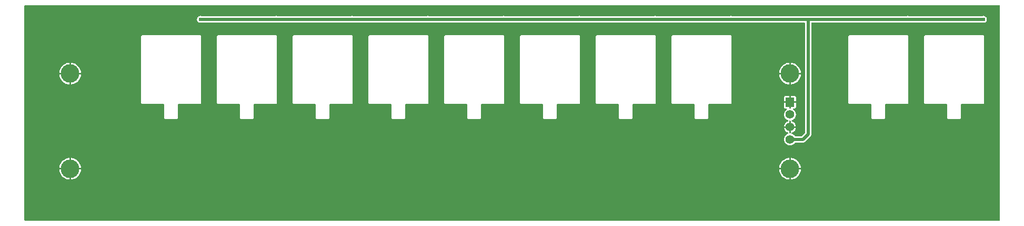
<source format=gbl>
G04 Layer: BottomLayer*
G04 EasyEDA v6.5.34, 2023-08-10 19:26:28*
G04 b0001c0d98ad43d6911fc97ed176d0b1,5a6b42c53f6a479593ecc07194224c93,10*
G04 Gerber Generator version 0.2*
G04 Scale: 100 percent, Rotated: No, Reflected: No *
G04 Dimensions in millimeters *
G04 leading zeros omitted , absolute positions ,4 integer and 5 decimal *
%FSLAX45Y45*%
%MOMM*%

%AMMACRO1*21,1,$1,$2,0,0,$3*%
%ADD10C,0.5000*%
%ADD11C,1.4000*%
%ADD12MACRO1,1.524X1.4X-90.0000*%
%ADD13C,3.0000*%
%ADD14C,0.6200*%
%ADD15C,0.6096*%
%ADD16C,0.0109*%

%LPD*%
G36*
X2068068Y4597908D02*
G01*
X2064156Y4598670D01*
X2060905Y4600905D01*
X2058670Y4604156D01*
X2057907Y4608068D01*
X2057907Y8066531D01*
X2058670Y8070443D01*
X2060905Y8073694D01*
X2064156Y8075930D01*
X2068068Y8076692D01*
X17743932Y8076692D01*
X17747843Y8075930D01*
X17751094Y8073694D01*
X17753330Y8070443D01*
X17754092Y8066531D01*
X17754092Y4608068D01*
X17753330Y4604156D01*
X17751094Y4600905D01*
X17747843Y4598670D01*
X17743932Y4597908D01*
G37*

%LPC*%
G36*
X14363700Y6796938D02*
G01*
X14363700Y6959650D01*
X14201089Y6959650D01*
X14202613Y6945274D01*
X14206321Y6927545D01*
X14211807Y6910273D01*
X14219072Y6893712D01*
X14227962Y6877964D01*
X14238478Y6863181D01*
X14250416Y6849567D01*
X14263725Y6837273D01*
X14278203Y6826402D01*
X14293748Y6817106D01*
X14310156Y6809435D01*
X14327225Y6803440D01*
X14344853Y6799325D01*
G37*
G36*
X2781300Y5260238D02*
G01*
X2781300Y5422950D01*
X2618689Y5422950D01*
X2620213Y5408574D01*
X2623921Y5390845D01*
X2629408Y5373573D01*
X2636672Y5357012D01*
X2645562Y5341264D01*
X2656078Y5326481D01*
X2668016Y5312867D01*
X2681325Y5300573D01*
X2695803Y5289702D01*
X2711348Y5280406D01*
X2727756Y5272735D01*
X2744825Y5266740D01*
X2762453Y5262626D01*
G37*
G36*
X2806700Y5260441D02*
G01*
X2816606Y5261203D01*
X2834386Y5264454D01*
X2851810Y5269534D01*
X2868574Y5276342D01*
X2884525Y5284825D01*
X2899562Y5294934D01*
X2913481Y5306568D01*
X2926130Y5319522D01*
X2937357Y5333746D01*
X2947060Y5348986D01*
X2955188Y5365191D01*
X2961538Y5382158D01*
X2966161Y5399684D01*
X2968955Y5417566D01*
X2969260Y5422950D01*
X2806700Y5422950D01*
G37*
G36*
X14389100Y5260441D02*
G01*
X14399006Y5261203D01*
X14416786Y5264454D01*
X14434210Y5269484D01*
X14450974Y5276342D01*
X14466925Y5284825D01*
X14481962Y5294934D01*
X14495881Y5306517D01*
X14508530Y5319522D01*
X14519757Y5333695D01*
X14529460Y5348986D01*
X14537588Y5365191D01*
X14543938Y5382158D01*
X14548561Y5399633D01*
X14551355Y5417566D01*
X14551660Y5422950D01*
X14389100Y5422950D01*
G37*
G36*
X2806700Y5448350D02*
G01*
X2969260Y5448350D01*
X2968955Y5453735D01*
X2966161Y5471617D01*
X2961538Y5489143D01*
X2955188Y5506059D01*
X2947060Y5522264D01*
X2937357Y5537555D01*
X2926130Y5551779D01*
X2913481Y5564733D01*
X2899562Y5576316D01*
X2884525Y5586425D01*
X2868574Y5594959D01*
X2851810Y5601766D01*
X2834386Y5606846D01*
X2816606Y5610098D01*
X2806700Y5610860D01*
G37*
G36*
X14389100Y5448350D02*
G01*
X14551660Y5448350D01*
X14551355Y5453735D01*
X14548561Y5471617D01*
X14543938Y5489143D01*
X14537588Y5506059D01*
X14529460Y5522264D01*
X14519757Y5537555D01*
X14508530Y5551728D01*
X14495881Y5564733D01*
X14481962Y5576316D01*
X14466925Y5586425D01*
X14450974Y5594959D01*
X14434210Y5601766D01*
X14416786Y5606796D01*
X14399006Y5610047D01*
X14389100Y5610809D01*
G37*
G36*
X2618689Y5448350D02*
G01*
X2781300Y5448350D01*
X2781300Y5611012D01*
X2762453Y5608675D01*
X2744825Y5604510D01*
X2727756Y5598566D01*
X2711348Y5590895D01*
X2695803Y5581599D01*
X2681325Y5570728D01*
X2668016Y5558434D01*
X2656078Y5544820D01*
X2645562Y5530037D01*
X2636672Y5514289D01*
X2629408Y5497677D01*
X2623921Y5480456D01*
X2620213Y5462727D01*
G37*
G36*
X14201089Y5448350D02*
G01*
X14363700Y5448350D01*
X14363700Y5611012D01*
X14344853Y5608675D01*
X14327225Y5604510D01*
X14310156Y5598566D01*
X14293748Y5590895D01*
X14278203Y5581548D01*
X14263725Y5570677D01*
X14250416Y5558383D01*
X14238478Y5544769D01*
X14227962Y5530037D01*
X14219072Y5514289D01*
X14211807Y5497677D01*
X14206321Y5480405D01*
X14202613Y5462676D01*
G37*
G36*
X14376400Y5814415D02*
G01*
X14389455Y5815330D01*
X14402257Y5817971D01*
X14414601Y5822340D01*
X14426234Y5828385D01*
X14436902Y5835904D01*
X14446453Y5844844D01*
X14455241Y5855665D01*
X14458746Y5858408D01*
X14463115Y5859424D01*
X14584222Y5859424D01*
X14588845Y5859627D01*
X14593265Y5860186D01*
X14597583Y5861151D01*
X14601850Y5862472D01*
X14605914Y5864199D01*
X14609876Y5866231D01*
X14613636Y5868619D01*
X14617141Y5871311D01*
X14620595Y5874461D01*
X14704364Y5958230D01*
X14707514Y5961684D01*
X14710206Y5965190D01*
X14712594Y5968949D01*
X14714626Y5972911D01*
X14716353Y5976975D01*
X14717674Y5981242D01*
X14718639Y5985560D01*
X14719198Y5989980D01*
X14719401Y5994603D01*
X14719401Y7787538D01*
X14720163Y7791399D01*
X14722398Y7794701D01*
X14725700Y7796936D01*
X14729561Y7797698D01*
X16242792Y7797698D01*
X16247110Y7796733D01*
X16249446Y7795666D01*
X16258895Y7793126D01*
X16268700Y7792262D01*
X16278504Y7793126D01*
X16287953Y7795666D01*
X16290290Y7796733D01*
X16294607Y7797698D01*
X17461992Y7797698D01*
X17466310Y7796733D01*
X17468646Y7795666D01*
X17478095Y7793126D01*
X17487900Y7792262D01*
X17497704Y7793126D01*
X17507153Y7795666D01*
X17516094Y7799781D01*
X17524120Y7805420D01*
X17531080Y7812379D01*
X17536718Y7820406D01*
X17540833Y7829346D01*
X17543373Y7838795D01*
X17544237Y7848600D01*
X17543373Y7858404D01*
X17540833Y7867853D01*
X17536718Y7876794D01*
X17531080Y7884820D01*
X17524120Y7891780D01*
X17516094Y7897418D01*
X17507153Y7901533D01*
X17497704Y7904073D01*
X17487900Y7904937D01*
X17478095Y7904073D01*
X17468646Y7901533D01*
X17466310Y7900466D01*
X17461992Y7899501D01*
X16294607Y7899501D01*
X16290290Y7900466D01*
X16287953Y7901533D01*
X16278504Y7904073D01*
X16268700Y7904937D01*
X16258895Y7904073D01*
X16249446Y7901533D01*
X16247110Y7900466D01*
X16242792Y7899501D01*
X13449807Y7899501D01*
X13445490Y7900466D01*
X13443153Y7901533D01*
X13433704Y7904073D01*
X13423900Y7904937D01*
X13414095Y7904073D01*
X13404646Y7901533D01*
X13402310Y7900466D01*
X13397992Y7899501D01*
X12230608Y7899501D01*
X12226290Y7900466D01*
X12223953Y7901533D01*
X12214504Y7904073D01*
X12204700Y7904937D01*
X12194895Y7904073D01*
X12185446Y7901533D01*
X12183110Y7900466D01*
X12178792Y7899501D01*
X11011408Y7899501D01*
X11007090Y7900466D01*
X11004753Y7901533D01*
X10995304Y7904073D01*
X10985500Y7904937D01*
X10975695Y7904073D01*
X10966246Y7901533D01*
X10963910Y7900466D01*
X10959592Y7899501D01*
X9792208Y7899501D01*
X9787890Y7900466D01*
X9785553Y7901533D01*
X9776104Y7904073D01*
X9766300Y7904937D01*
X9756495Y7904073D01*
X9747046Y7901533D01*
X9744710Y7900466D01*
X9740392Y7899501D01*
X8573008Y7899501D01*
X8568690Y7900466D01*
X8566353Y7901533D01*
X8556904Y7904073D01*
X8547100Y7904937D01*
X8537295Y7904073D01*
X8527846Y7901533D01*
X8525510Y7900466D01*
X8521192Y7899501D01*
X7353808Y7899501D01*
X7349490Y7900466D01*
X7347153Y7901533D01*
X7337704Y7904073D01*
X7327900Y7904937D01*
X7318095Y7904073D01*
X7308646Y7901533D01*
X7306309Y7900466D01*
X7301992Y7899501D01*
X6134608Y7899501D01*
X6130290Y7900466D01*
X6127953Y7901533D01*
X6118504Y7904073D01*
X6108700Y7904937D01*
X6098895Y7904073D01*
X6089446Y7901533D01*
X6087110Y7900466D01*
X6082792Y7899501D01*
X4915408Y7899501D01*
X4911090Y7900466D01*
X4908753Y7901533D01*
X4899304Y7904073D01*
X4889500Y7904937D01*
X4879695Y7904073D01*
X4870246Y7901533D01*
X4861306Y7897418D01*
X4853279Y7891780D01*
X4846320Y7884820D01*
X4840681Y7876794D01*
X4836566Y7867853D01*
X4834026Y7858404D01*
X4833162Y7848600D01*
X4834026Y7838795D01*
X4836566Y7829346D01*
X4840681Y7820406D01*
X4846320Y7812379D01*
X4853279Y7805420D01*
X4861306Y7799781D01*
X4870246Y7795666D01*
X4879695Y7793126D01*
X4889500Y7792262D01*
X4899304Y7793126D01*
X4908753Y7795666D01*
X4911090Y7796733D01*
X4915408Y7797698D01*
X6082792Y7797698D01*
X6087110Y7796733D01*
X6089446Y7795666D01*
X6098895Y7793126D01*
X6108700Y7792262D01*
X6118504Y7793126D01*
X6127953Y7795666D01*
X6130290Y7796733D01*
X6134608Y7797698D01*
X7301992Y7797698D01*
X7306309Y7796733D01*
X7308646Y7795666D01*
X7318095Y7793126D01*
X7327900Y7792262D01*
X7337704Y7793126D01*
X7347153Y7795666D01*
X7349490Y7796733D01*
X7353808Y7797698D01*
X8521192Y7797698D01*
X8525510Y7796733D01*
X8527846Y7795666D01*
X8537295Y7793126D01*
X8547100Y7792262D01*
X8556904Y7793126D01*
X8566353Y7795666D01*
X8568690Y7796733D01*
X8573008Y7797698D01*
X9740392Y7797698D01*
X9744710Y7796733D01*
X9747046Y7795666D01*
X9756495Y7793126D01*
X9766300Y7792262D01*
X9776104Y7793126D01*
X9785553Y7795666D01*
X9787890Y7796733D01*
X9792208Y7797698D01*
X10959592Y7797698D01*
X10963910Y7796733D01*
X10966246Y7795666D01*
X10975695Y7793126D01*
X10985500Y7792262D01*
X10995304Y7793126D01*
X11004753Y7795666D01*
X11007090Y7796733D01*
X11011408Y7797698D01*
X12178792Y7797698D01*
X12183110Y7796733D01*
X12185446Y7795666D01*
X12194895Y7793126D01*
X12204700Y7792262D01*
X12214504Y7793126D01*
X12223953Y7795666D01*
X12226290Y7796733D01*
X12230608Y7797698D01*
X13397992Y7797698D01*
X13402310Y7796733D01*
X13404646Y7795666D01*
X13414095Y7793126D01*
X13423900Y7792262D01*
X13433704Y7793126D01*
X13443153Y7795666D01*
X13445490Y7796733D01*
X13449807Y7797698D01*
X14607438Y7797698D01*
X14611299Y7796936D01*
X14614601Y7794701D01*
X14616836Y7791399D01*
X14617598Y7787538D01*
X14617598Y6019698D01*
X14616836Y6015786D01*
X14614601Y6012535D01*
X14566290Y5964224D01*
X14563039Y5961989D01*
X14559127Y5961227D01*
X14463115Y5961227D01*
X14458746Y5962243D01*
X14455190Y5964986D01*
X14446453Y5975756D01*
X14436902Y5984697D01*
X14426234Y5992215D01*
X14414601Y5998260D01*
X14407642Y6000750D01*
X14404086Y6002883D01*
X14401698Y6006236D01*
X14400885Y6010300D01*
X14401698Y6014364D01*
X14404086Y6017717D01*
X14407642Y6019850D01*
X14414601Y6022340D01*
X14426234Y6028385D01*
X14436902Y6035903D01*
X14446453Y6044844D01*
X14454733Y6055004D01*
X14461540Y6066180D01*
X14466773Y6078169D01*
X14470278Y6090767D01*
X14471192Y6097574D01*
X14389100Y6097574D01*
X14389100Y6016193D01*
X14388338Y6012281D01*
X14386102Y6009030D01*
X14382851Y6006795D01*
X14378940Y6006033D01*
X14373860Y6006033D01*
X14369948Y6006795D01*
X14366697Y6009030D01*
X14364462Y6012281D01*
X14363700Y6016193D01*
X14363700Y6097574D01*
X14281607Y6097574D01*
X14282521Y6090767D01*
X14286077Y6078169D01*
X14291259Y6066180D01*
X14298066Y6055004D01*
X14306346Y6044844D01*
X14315897Y6035903D01*
X14326565Y6028385D01*
X14338198Y6022340D01*
X14345157Y6019850D01*
X14348713Y6017717D01*
X14351101Y6014364D01*
X14351914Y6010300D01*
X14351101Y6006236D01*
X14348713Y6002883D01*
X14345157Y6000750D01*
X14338198Y5998260D01*
X14326565Y5992215D01*
X14315897Y5984697D01*
X14306346Y5975756D01*
X14298066Y5965596D01*
X14291259Y5954420D01*
X14286077Y5942431D01*
X14282521Y5929833D01*
X14280743Y5916828D01*
X14280743Y5903772D01*
X14282521Y5890768D01*
X14286077Y5878169D01*
X14291259Y5866180D01*
X14298066Y5855004D01*
X14306346Y5844844D01*
X14315897Y5835904D01*
X14326565Y5828385D01*
X14338198Y5822340D01*
X14350542Y5817971D01*
X14363344Y5815330D01*
G37*
G36*
X2618689Y6985050D02*
G01*
X2781300Y6985050D01*
X2781300Y7147712D01*
X2762453Y7145375D01*
X2744825Y7141209D01*
X2727756Y7135266D01*
X2711348Y7127595D01*
X2695803Y7118299D01*
X2681325Y7107428D01*
X2668016Y7095134D01*
X2656078Y7081520D01*
X2645562Y7066737D01*
X2636672Y7050989D01*
X2629408Y7034377D01*
X2623921Y7017156D01*
X2620213Y6999427D01*
G37*
G36*
X14201089Y6985050D02*
G01*
X14363700Y6985050D01*
X14363700Y7147712D01*
X14344853Y7145375D01*
X14327225Y7141209D01*
X14310156Y7135266D01*
X14293748Y7127595D01*
X14278203Y7118299D01*
X14263725Y7107428D01*
X14250416Y7095134D01*
X14238478Y7081520D01*
X14227962Y7066737D01*
X14219072Y7050989D01*
X14211807Y7034377D01*
X14206321Y7017156D01*
X14202613Y6999427D01*
G37*
G36*
X14281607Y6122974D02*
G01*
X14363700Y6122974D01*
X14363700Y6204407D01*
X14364462Y6208318D01*
X14366697Y6211570D01*
X14369948Y6213805D01*
X14373860Y6214567D01*
X14378940Y6214567D01*
X14382851Y6213805D01*
X14386102Y6211570D01*
X14388338Y6208318D01*
X14389100Y6204407D01*
X14389100Y6122974D01*
X14471192Y6122974D01*
X14470278Y6129832D01*
X14466773Y6142431D01*
X14461540Y6154420D01*
X14454733Y6165596D01*
X14446453Y6175756D01*
X14436902Y6184696D01*
X14426234Y6192215D01*
X14414601Y6198260D01*
X14407642Y6200749D01*
X14404086Y6202883D01*
X14401698Y6206236D01*
X14400885Y6210300D01*
X14401698Y6214364D01*
X14404086Y6217716D01*
X14407642Y6219850D01*
X14414601Y6222339D01*
X14426234Y6228384D01*
X14436902Y6235903D01*
X14446453Y6244844D01*
X14454733Y6255004D01*
X14461540Y6266180D01*
X14466773Y6278168D01*
X14470278Y6290767D01*
X14472056Y6303772D01*
X14472056Y6316827D01*
X14470278Y6329832D01*
X14466773Y6342430D01*
X14461540Y6354419D01*
X14454733Y6365595D01*
X14446453Y6375755D01*
X14436902Y6384696D01*
X14429740Y6389725D01*
X14426895Y6392875D01*
X14425523Y6396888D01*
X14425930Y6401104D01*
X14428012Y6404813D01*
X14431467Y6407302D01*
X14435632Y6408166D01*
X14445843Y6408166D01*
X14452142Y6408928D01*
X14457629Y6410807D01*
X14462506Y6413906D01*
X14466620Y6417970D01*
X14469668Y6422898D01*
X14471599Y6428333D01*
X14472310Y6434683D01*
X14472310Y6497574D01*
X14389100Y6497574D01*
X14389100Y6416192D01*
X14388338Y6412280D01*
X14386102Y6409029D01*
X14382851Y6406794D01*
X14378940Y6406032D01*
X14373860Y6406032D01*
X14369948Y6406794D01*
X14366697Y6409029D01*
X14364462Y6412280D01*
X14363700Y6416192D01*
X14363700Y6497574D01*
X14280489Y6497574D01*
X14280489Y6434683D01*
X14281200Y6428333D01*
X14283131Y6422898D01*
X14286179Y6417970D01*
X14290294Y6413906D01*
X14295170Y6410807D01*
X14300657Y6408928D01*
X14306956Y6408166D01*
X14317167Y6408166D01*
X14321332Y6407302D01*
X14324787Y6404813D01*
X14326869Y6401104D01*
X14327276Y6396888D01*
X14325904Y6392875D01*
X14323060Y6389725D01*
X14315897Y6384696D01*
X14306346Y6375755D01*
X14298066Y6365595D01*
X14291259Y6354419D01*
X14286077Y6342430D01*
X14282521Y6329832D01*
X14280743Y6316827D01*
X14280743Y6303772D01*
X14282521Y6290767D01*
X14286077Y6278168D01*
X14291259Y6266180D01*
X14298066Y6255004D01*
X14306346Y6244844D01*
X14315897Y6235903D01*
X14326565Y6228384D01*
X14338198Y6222339D01*
X14345157Y6219850D01*
X14348713Y6217716D01*
X14351101Y6214364D01*
X14351914Y6210300D01*
X14351101Y6206236D01*
X14348713Y6202883D01*
X14345157Y6200749D01*
X14338198Y6198260D01*
X14326565Y6192215D01*
X14315897Y6184696D01*
X14306346Y6175756D01*
X14298066Y6165596D01*
X14291259Y6154420D01*
X14286077Y6142431D01*
X14282521Y6129832D01*
G37*
G36*
X2806700Y6985050D02*
G01*
X2969260Y6985050D01*
X2968955Y6990435D01*
X2966161Y7008317D01*
X2961538Y7025843D01*
X2955188Y7042759D01*
X2947060Y7058964D01*
X2937357Y7074255D01*
X2926130Y7088479D01*
X2913481Y7101433D01*
X2899562Y7113016D01*
X2884525Y7123125D01*
X2868574Y7131659D01*
X2851810Y7138466D01*
X2834386Y7143546D01*
X2816606Y7146798D01*
X2806700Y7147559D01*
G37*
G36*
X6769658Y6238341D02*
G01*
X6939991Y6238341D01*
X6946290Y6239103D01*
X6951776Y6240983D01*
X6956653Y6244082D01*
X6960768Y6248146D01*
X6963816Y6253073D01*
X6965746Y6258509D01*
X6966458Y6264859D01*
X6966458Y6469481D01*
X6967220Y6473393D01*
X6969455Y6476695D01*
X6972706Y6478879D01*
X6976618Y6479641D01*
X7314641Y6479641D01*
X7320940Y6480403D01*
X7326426Y6482283D01*
X7331303Y6485382D01*
X7335418Y6489446D01*
X7338466Y6494373D01*
X7340396Y6499809D01*
X7341108Y6506159D01*
X7341108Y7565440D01*
X7340396Y7571790D01*
X7338466Y7577226D01*
X7335418Y7582153D01*
X7331303Y7586218D01*
X7326426Y7589316D01*
X7320940Y7591196D01*
X7314641Y7591907D01*
X6401358Y7591907D01*
X6395059Y7591196D01*
X6389573Y7589316D01*
X6384696Y7586218D01*
X6380581Y7582153D01*
X6377533Y7577226D01*
X6375603Y7571790D01*
X6374892Y7565440D01*
X6374892Y6506159D01*
X6375603Y6499809D01*
X6377533Y6494373D01*
X6380581Y6489446D01*
X6384696Y6485382D01*
X6389573Y6482283D01*
X6395059Y6480403D01*
X6401358Y6479641D01*
X6733031Y6479641D01*
X6736943Y6478879D01*
X6740194Y6476695D01*
X6742430Y6473393D01*
X6743192Y6469481D01*
X6743192Y6264859D01*
X6743903Y6258509D01*
X6745833Y6253073D01*
X6748881Y6248146D01*
X6752996Y6244082D01*
X6757873Y6240983D01*
X6763359Y6239103D01*
G37*
G36*
X11646458Y6238341D02*
G01*
X11816791Y6238341D01*
X11823090Y6239103D01*
X11828576Y6240983D01*
X11833453Y6244082D01*
X11837568Y6248146D01*
X11840616Y6253073D01*
X11842546Y6258509D01*
X11843258Y6264859D01*
X11843258Y6469481D01*
X11844020Y6473393D01*
X11846255Y6476695D01*
X11849506Y6478879D01*
X11853418Y6479641D01*
X12191441Y6479641D01*
X12197740Y6480403D01*
X12203226Y6482283D01*
X12208103Y6485382D01*
X12212218Y6489446D01*
X12215266Y6494373D01*
X12217196Y6499809D01*
X12217908Y6506159D01*
X12217908Y7565440D01*
X12217196Y7571790D01*
X12215266Y7577226D01*
X12212218Y7582153D01*
X12208103Y7586218D01*
X12203226Y7589316D01*
X12197740Y7591196D01*
X12191441Y7591907D01*
X11278158Y7591907D01*
X11271859Y7591196D01*
X11266373Y7589316D01*
X11261496Y7586218D01*
X11257381Y7582153D01*
X11254333Y7577226D01*
X11252403Y7571790D01*
X11251692Y7565440D01*
X11251692Y6506159D01*
X11252403Y6499809D01*
X11254333Y6494373D01*
X11257381Y6489446D01*
X11261496Y6485382D01*
X11266373Y6482283D01*
X11271859Y6480403D01*
X11278158Y6479641D01*
X11609832Y6479641D01*
X11613743Y6478879D01*
X11616994Y6476695D01*
X11619230Y6473393D01*
X11619992Y6469481D01*
X11619992Y6264859D01*
X11620703Y6258509D01*
X11622633Y6253073D01*
X11625681Y6248146D01*
X11629796Y6244082D01*
X11634673Y6240983D01*
X11640159Y6239103D01*
G37*
G36*
X16929658Y6238341D02*
G01*
X17099991Y6238341D01*
X17106290Y6239103D01*
X17111776Y6240983D01*
X17116653Y6244082D01*
X17120768Y6248146D01*
X17123816Y6253073D01*
X17125746Y6258509D01*
X17126458Y6264859D01*
X17126458Y6469481D01*
X17127220Y6473393D01*
X17129455Y6476695D01*
X17132706Y6478879D01*
X17136618Y6479641D01*
X17474641Y6479641D01*
X17480940Y6480403D01*
X17486426Y6482283D01*
X17491303Y6485382D01*
X17495418Y6489446D01*
X17498466Y6494373D01*
X17500396Y6499809D01*
X17501108Y6506159D01*
X17501108Y7565440D01*
X17500396Y7571790D01*
X17498466Y7577226D01*
X17495418Y7582153D01*
X17491303Y7586218D01*
X17486426Y7589316D01*
X17480940Y7591196D01*
X17474641Y7591907D01*
X16561358Y7591907D01*
X16555059Y7591196D01*
X16549573Y7589316D01*
X16544696Y7586218D01*
X16540581Y7582153D01*
X16537533Y7577226D01*
X16535603Y7571790D01*
X16534892Y7565440D01*
X16534892Y6506159D01*
X16535603Y6499809D01*
X16537533Y6494373D01*
X16540581Y6489446D01*
X16544696Y6485382D01*
X16549573Y6482283D01*
X16555059Y6480403D01*
X16561358Y6479641D01*
X16893032Y6479641D01*
X16896943Y6478879D01*
X16900194Y6476695D01*
X16902430Y6473393D01*
X16903192Y6469481D01*
X16903192Y6264859D01*
X16903903Y6258509D01*
X16905833Y6253073D01*
X16908881Y6248146D01*
X16912996Y6244082D01*
X16917873Y6240983D01*
X16923359Y6239103D01*
G37*
G36*
X4331258Y6238341D02*
G01*
X4501591Y6238341D01*
X4507890Y6239103D01*
X4513376Y6240983D01*
X4518253Y6244082D01*
X4522368Y6248146D01*
X4525416Y6253073D01*
X4527346Y6258509D01*
X4528058Y6264859D01*
X4528058Y6469481D01*
X4528820Y6473393D01*
X4531055Y6476695D01*
X4534306Y6478879D01*
X4538218Y6479641D01*
X4876241Y6479641D01*
X4882540Y6480403D01*
X4888026Y6482283D01*
X4892903Y6485382D01*
X4897018Y6489446D01*
X4900066Y6494373D01*
X4901996Y6499809D01*
X4902708Y6506159D01*
X4902708Y7565440D01*
X4901996Y7571790D01*
X4900066Y7577226D01*
X4897018Y7582153D01*
X4892903Y7586218D01*
X4888026Y7589316D01*
X4882540Y7591196D01*
X4876241Y7591907D01*
X3962958Y7591907D01*
X3956659Y7591196D01*
X3951173Y7589316D01*
X3946296Y7586218D01*
X3942181Y7582153D01*
X3939133Y7577226D01*
X3937203Y7571790D01*
X3936492Y7565440D01*
X3936492Y6506159D01*
X3937203Y6499809D01*
X3939133Y6494373D01*
X3942181Y6489446D01*
X3946296Y6485382D01*
X3951173Y6482283D01*
X3956659Y6480403D01*
X3962958Y6479641D01*
X4294632Y6479641D01*
X4298543Y6478879D01*
X4301794Y6476695D01*
X4304030Y6473393D01*
X4304792Y6469481D01*
X4304792Y6264859D01*
X4305503Y6258509D01*
X4307433Y6253073D01*
X4310481Y6248146D01*
X4314596Y6244082D01*
X4319473Y6240983D01*
X4324959Y6239103D01*
G37*
G36*
X12865658Y6238341D02*
G01*
X13035991Y6238341D01*
X13042290Y6239103D01*
X13047776Y6240983D01*
X13052653Y6244082D01*
X13056768Y6248146D01*
X13059816Y6253073D01*
X13061746Y6258509D01*
X13062458Y6264859D01*
X13062458Y6469481D01*
X13063219Y6473393D01*
X13065455Y6476695D01*
X13068706Y6478879D01*
X13072618Y6479641D01*
X13410641Y6479641D01*
X13416940Y6480403D01*
X13422426Y6482283D01*
X13427303Y6485382D01*
X13431418Y6489446D01*
X13434466Y6494373D01*
X13436396Y6499809D01*
X13437107Y6506159D01*
X13437107Y7565440D01*
X13436396Y7571790D01*
X13434466Y7577226D01*
X13431418Y7582153D01*
X13427303Y7586218D01*
X13422426Y7589316D01*
X13416940Y7591196D01*
X13410641Y7591907D01*
X12497358Y7591907D01*
X12491059Y7591196D01*
X12485573Y7589316D01*
X12480696Y7586218D01*
X12476581Y7582153D01*
X12473533Y7577226D01*
X12471603Y7571790D01*
X12470892Y7565440D01*
X12470892Y6506159D01*
X12471603Y6499809D01*
X12473533Y6494373D01*
X12476581Y6489446D01*
X12480696Y6485382D01*
X12485573Y6482283D01*
X12491059Y6480403D01*
X12497358Y6479641D01*
X12829032Y6479641D01*
X12832943Y6478879D01*
X12836194Y6476695D01*
X12838430Y6473393D01*
X12839192Y6469481D01*
X12839192Y6264859D01*
X12839903Y6258509D01*
X12841833Y6253073D01*
X12844881Y6248146D01*
X12848996Y6244082D01*
X12853873Y6240983D01*
X12859359Y6239103D01*
G37*
G36*
X15710458Y6238341D02*
G01*
X15880791Y6238341D01*
X15887090Y6239103D01*
X15892576Y6240983D01*
X15897453Y6244082D01*
X15901568Y6248146D01*
X15904616Y6253073D01*
X15906546Y6258509D01*
X15907257Y6264859D01*
X15907257Y6469481D01*
X15908019Y6473393D01*
X15910255Y6476695D01*
X15913506Y6478879D01*
X15917418Y6479641D01*
X16255441Y6479641D01*
X16261740Y6480403D01*
X16267226Y6482283D01*
X16272103Y6485382D01*
X16276218Y6489446D01*
X16279266Y6494373D01*
X16281196Y6499809D01*
X16281907Y6506159D01*
X16281907Y7565440D01*
X16281196Y7571790D01*
X16279266Y7577226D01*
X16276218Y7582153D01*
X16272103Y7586218D01*
X16267226Y7589316D01*
X16261740Y7591196D01*
X16255441Y7591907D01*
X15342158Y7591907D01*
X15335859Y7591196D01*
X15330373Y7589316D01*
X15325496Y7586218D01*
X15321381Y7582153D01*
X15318333Y7577226D01*
X15316403Y7571790D01*
X15315692Y7565440D01*
X15315692Y6506159D01*
X15316403Y6499809D01*
X15318333Y6494373D01*
X15321381Y6489446D01*
X15325496Y6485382D01*
X15330373Y6482283D01*
X15335859Y6480403D01*
X15342158Y6479641D01*
X15673832Y6479641D01*
X15677743Y6478879D01*
X15680994Y6476695D01*
X15683230Y6473393D01*
X15683992Y6469481D01*
X15683992Y6264859D01*
X15684703Y6258509D01*
X15686633Y6253073D01*
X15689681Y6248146D01*
X15693796Y6244082D01*
X15698673Y6240983D01*
X15704159Y6239103D01*
G37*
G36*
X5550458Y6238341D02*
G01*
X5720791Y6238341D01*
X5727090Y6239103D01*
X5732576Y6240983D01*
X5737453Y6244082D01*
X5741568Y6248146D01*
X5744616Y6253073D01*
X5746546Y6258509D01*
X5747258Y6264859D01*
X5747258Y6469481D01*
X5748020Y6473393D01*
X5750255Y6476695D01*
X5753506Y6478879D01*
X5757418Y6479641D01*
X6095441Y6479641D01*
X6101740Y6480403D01*
X6107226Y6482283D01*
X6112103Y6485382D01*
X6116218Y6489446D01*
X6119266Y6494373D01*
X6121196Y6499809D01*
X6121908Y6506159D01*
X6121908Y7565440D01*
X6121196Y7571790D01*
X6119266Y7577226D01*
X6116218Y7582153D01*
X6112103Y7586218D01*
X6107226Y7589316D01*
X6101740Y7591196D01*
X6095441Y7591907D01*
X5182158Y7591907D01*
X5175859Y7591196D01*
X5170373Y7589316D01*
X5165496Y7586218D01*
X5161381Y7582153D01*
X5158333Y7577226D01*
X5156403Y7571790D01*
X5155692Y7565440D01*
X5155692Y6506159D01*
X5156403Y6499809D01*
X5158333Y6494373D01*
X5161381Y6489446D01*
X5165496Y6485382D01*
X5170373Y6482283D01*
X5175859Y6480403D01*
X5182158Y6479641D01*
X5513832Y6479641D01*
X5517743Y6478879D01*
X5520994Y6476695D01*
X5523230Y6473393D01*
X5523992Y6469481D01*
X5523992Y6264859D01*
X5524703Y6258509D01*
X5526633Y6253073D01*
X5529681Y6248146D01*
X5533796Y6244082D01*
X5538673Y6240983D01*
X5544159Y6239103D01*
G37*
G36*
X10427258Y6238341D02*
G01*
X10597591Y6238341D01*
X10603890Y6239103D01*
X10609376Y6240983D01*
X10614253Y6244082D01*
X10618368Y6248146D01*
X10621416Y6253073D01*
X10623346Y6258509D01*
X10624058Y6264859D01*
X10624058Y6469481D01*
X10624820Y6473393D01*
X10627055Y6476695D01*
X10630306Y6478879D01*
X10634218Y6479641D01*
X10972241Y6479641D01*
X10978540Y6480403D01*
X10984026Y6482283D01*
X10988903Y6485382D01*
X10993018Y6489446D01*
X10996066Y6494373D01*
X10997996Y6499809D01*
X10998708Y6506159D01*
X10998708Y7565440D01*
X10997996Y7571790D01*
X10996066Y7577226D01*
X10993018Y7582153D01*
X10988903Y7586218D01*
X10984026Y7589316D01*
X10978540Y7591196D01*
X10972241Y7591907D01*
X10058958Y7591907D01*
X10052659Y7591196D01*
X10047173Y7589316D01*
X10042296Y7586218D01*
X10038181Y7582153D01*
X10035133Y7577226D01*
X10033203Y7571790D01*
X10032492Y7565440D01*
X10032492Y6506159D01*
X10033203Y6499809D01*
X10035133Y6494373D01*
X10038181Y6489446D01*
X10042296Y6485382D01*
X10047173Y6482283D01*
X10052659Y6480403D01*
X10058958Y6479641D01*
X10390632Y6479641D01*
X10394543Y6478879D01*
X10397794Y6476695D01*
X10400030Y6473393D01*
X10400792Y6469481D01*
X10400792Y6264859D01*
X10401503Y6258509D01*
X10403433Y6253073D01*
X10406481Y6248146D01*
X10410596Y6244082D01*
X10415473Y6240983D01*
X10420959Y6239103D01*
G37*
G36*
X7988858Y6238341D02*
G01*
X8159191Y6238341D01*
X8165490Y6239103D01*
X8170976Y6240983D01*
X8175853Y6244082D01*
X8179968Y6248146D01*
X8183016Y6253073D01*
X8184946Y6258509D01*
X8185658Y6264859D01*
X8185658Y6469481D01*
X8186420Y6473393D01*
X8188655Y6476695D01*
X8191906Y6478879D01*
X8195818Y6479641D01*
X8533841Y6479641D01*
X8540140Y6480403D01*
X8545626Y6482283D01*
X8550503Y6485382D01*
X8554618Y6489446D01*
X8557666Y6494373D01*
X8559596Y6499809D01*
X8560308Y6506159D01*
X8560308Y7565440D01*
X8559596Y7571790D01*
X8557666Y7577226D01*
X8554618Y7582153D01*
X8550503Y7586218D01*
X8545626Y7589316D01*
X8540140Y7591196D01*
X8533841Y7591907D01*
X7620558Y7591907D01*
X7614259Y7591196D01*
X7608773Y7589316D01*
X7603896Y7586218D01*
X7599781Y7582153D01*
X7596733Y7577226D01*
X7594803Y7571790D01*
X7594092Y7565440D01*
X7594092Y6506159D01*
X7594803Y6499809D01*
X7596733Y6494373D01*
X7599781Y6489446D01*
X7603896Y6485382D01*
X7608773Y6482283D01*
X7614259Y6480403D01*
X7620558Y6479641D01*
X7952231Y6479641D01*
X7956143Y6478879D01*
X7959394Y6476695D01*
X7961630Y6473393D01*
X7962392Y6469481D01*
X7962392Y6264859D01*
X7963103Y6258509D01*
X7965033Y6253073D01*
X7968081Y6248146D01*
X7972196Y6244082D01*
X7977073Y6240983D01*
X7982559Y6239103D01*
G37*
G36*
X9208058Y6238341D02*
G01*
X9378391Y6238341D01*
X9384690Y6239103D01*
X9390176Y6240983D01*
X9395053Y6244082D01*
X9399168Y6248146D01*
X9402216Y6253073D01*
X9404146Y6258509D01*
X9404858Y6264859D01*
X9404858Y6469481D01*
X9405620Y6473393D01*
X9407855Y6476695D01*
X9411106Y6478879D01*
X9415018Y6479641D01*
X9753041Y6479641D01*
X9759340Y6480403D01*
X9764826Y6482283D01*
X9769703Y6485382D01*
X9773818Y6489446D01*
X9776866Y6494373D01*
X9778796Y6499809D01*
X9779508Y6506159D01*
X9779508Y7565440D01*
X9778796Y7571790D01*
X9776866Y7577226D01*
X9773818Y7582153D01*
X9769703Y7586218D01*
X9764826Y7589316D01*
X9759340Y7591196D01*
X9753041Y7591907D01*
X8839758Y7591907D01*
X8833459Y7591196D01*
X8827973Y7589316D01*
X8823096Y7586218D01*
X8818981Y7582153D01*
X8815933Y7577226D01*
X8814003Y7571790D01*
X8813292Y7565440D01*
X8813292Y6506159D01*
X8814003Y6499809D01*
X8815933Y6494373D01*
X8818981Y6489446D01*
X8823096Y6485382D01*
X8827973Y6482283D01*
X8833459Y6480403D01*
X8839758Y6479641D01*
X9171432Y6479641D01*
X9175343Y6478879D01*
X9178594Y6476695D01*
X9180830Y6473393D01*
X9181592Y6469481D01*
X9181592Y6264859D01*
X9182303Y6258509D01*
X9184233Y6253073D01*
X9187281Y6248146D01*
X9191396Y6244082D01*
X9196273Y6240983D01*
X9201759Y6239103D01*
G37*
G36*
X14389100Y6985050D02*
G01*
X14551660Y6985050D01*
X14551355Y6990435D01*
X14548561Y7008317D01*
X14543938Y7025843D01*
X14537588Y7042759D01*
X14529460Y7058964D01*
X14519757Y7074255D01*
X14508530Y7088479D01*
X14495881Y7101433D01*
X14481962Y7113016D01*
X14466925Y7123125D01*
X14450974Y7131659D01*
X14434210Y7138466D01*
X14416786Y7143546D01*
X14399006Y7146798D01*
X14389100Y7147559D01*
G37*
G36*
X14280489Y6522974D02*
G01*
X14363700Y6522974D01*
X14363700Y6612381D01*
X14306956Y6612381D01*
X14300657Y6611670D01*
X14295170Y6609791D01*
X14290294Y6606692D01*
X14286179Y6602628D01*
X14283131Y6597700D01*
X14281200Y6592265D01*
X14280489Y6585915D01*
G37*
G36*
X14389100Y6522974D02*
G01*
X14472310Y6522974D01*
X14472310Y6585915D01*
X14471599Y6592265D01*
X14469668Y6597700D01*
X14466620Y6602628D01*
X14462506Y6606692D01*
X14457629Y6609791D01*
X14452142Y6611670D01*
X14445843Y6612381D01*
X14389100Y6612381D01*
G37*
G36*
X14362836Y5260238D02*
G01*
X14363700Y5260238D01*
X14363700Y5422950D01*
X14201089Y5422950D01*
X14202613Y5408574D01*
X14206321Y5390845D01*
X14211807Y5373573D01*
X14219072Y5356961D01*
X14227962Y5341213D01*
X14238478Y5326481D01*
X14250416Y5312867D01*
X14263725Y5300573D01*
X14278203Y5289702D01*
X14293748Y5280355D01*
X14310156Y5272684D01*
X14327225Y5266740D01*
X14344853Y5262575D01*
G37*
G36*
X2781300Y6796938D02*
G01*
X2781300Y6959650D01*
X2618689Y6959650D01*
X2620213Y6945274D01*
X2623921Y6927545D01*
X2629408Y6910273D01*
X2636672Y6893712D01*
X2645562Y6877964D01*
X2656078Y6863181D01*
X2668016Y6849567D01*
X2681325Y6837273D01*
X2695803Y6826402D01*
X2711348Y6817106D01*
X2727756Y6809435D01*
X2744825Y6803440D01*
X2762453Y6799325D01*
G37*
G36*
X2806700Y6797141D02*
G01*
X2816606Y6797903D01*
X2834386Y6801154D01*
X2851810Y6806234D01*
X2868574Y6813042D01*
X2884525Y6821525D01*
X2899562Y6831634D01*
X2913481Y6843268D01*
X2926130Y6856222D01*
X2937357Y6870446D01*
X2947060Y6885686D01*
X2955188Y6901891D01*
X2961538Y6918858D01*
X2966161Y6936384D01*
X2968955Y6954266D01*
X2969260Y6959650D01*
X2806700Y6959650D01*
G37*
G36*
X14389100Y6797141D02*
G01*
X14399006Y6797903D01*
X14416786Y6801154D01*
X14434210Y6806234D01*
X14450974Y6813042D01*
X14466925Y6821525D01*
X14481962Y6831634D01*
X14495881Y6843268D01*
X14508530Y6856222D01*
X14519757Y6870446D01*
X14529460Y6885686D01*
X14537588Y6901891D01*
X14543938Y6918858D01*
X14548561Y6936384D01*
X14551355Y6954266D01*
X14551660Y6959650D01*
X14389100Y6959650D01*
G37*

%LPD*%
D10*
X14668500Y7848600D02*
G01*
X14668500Y5994400D01*
X14584425Y5910326D01*
X14376400Y5910326D01*
X17487900Y7848600D02*
G01*
X16268700Y7848600D01*
X16268700Y7848600D02*
G01*
X13423900Y7848600D01*
X13423900Y7848600D02*
G01*
X12204700Y7848600D01*
X12204700Y7848600D02*
G01*
X10985500Y7848600D01*
X10985500Y7848600D02*
G01*
X9766300Y7848600D01*
X9766300Y7848600D02*
G01*
X8547100Y7848600D01*
X8547100Y7848600D02*
G01*
X7327900Y7848600D01*
X7327900Y7848600D02*
G01*
X6108700Y7848600D01*
X6108700Y7848600D02*
G01*
X4889500Y7848600D01*
D11*
G01*
X14376400Y5910300D03*
G01*
X14376400Y6110300D03*
G01*
X14376400Y6310299D03*
D12*
G01*
X14376400Y6510299D03*
D13*
G01*
X14376400Y6972300D03*
G01*
X14376400Y5435574D03*
G01*
X2794000Y6972300D03*
G01*
X2794000Y5435600D03*
D14*
G01*
X17192879Y7623302D03*
D15*
G01*
X17487900Y7848600D03*
D14*
G01*
X15973679Y7623302D03*
D15*
G01*
X16268700Y7848600D03*
D14*
G01*
X13128879Y7623302D03*
D15*
G01*
X13423900Y7848600D03*
D14*
G01*
X11909679Y7623302D03*
D15*
G01*
X12204700Y7848600D03*
D14*
G01*
X10690479Y7623302D03*
D15*
G01*
X10985500Y7848600D03*
D14*
G01*
X9471279Y7623302D03*
D15*
G01*
X9766300Y7848600D03*
D14*
G01*
X8252079Y7623302D03*
D15*
G01*
X8547100Y7848600D03*
D14*
G01*
X7032879Y7623302D03*
D15*
G01*
X7327900Y7848600D03*
D14*
G01*
X5813679Y7623302D03*
D15*
G01*
X6108700Y7848600D03*
D14*
G01*
X4594479Y7623302D03*
D15*
G01*
X4889500Y7848600D03*
M02*

</source>
